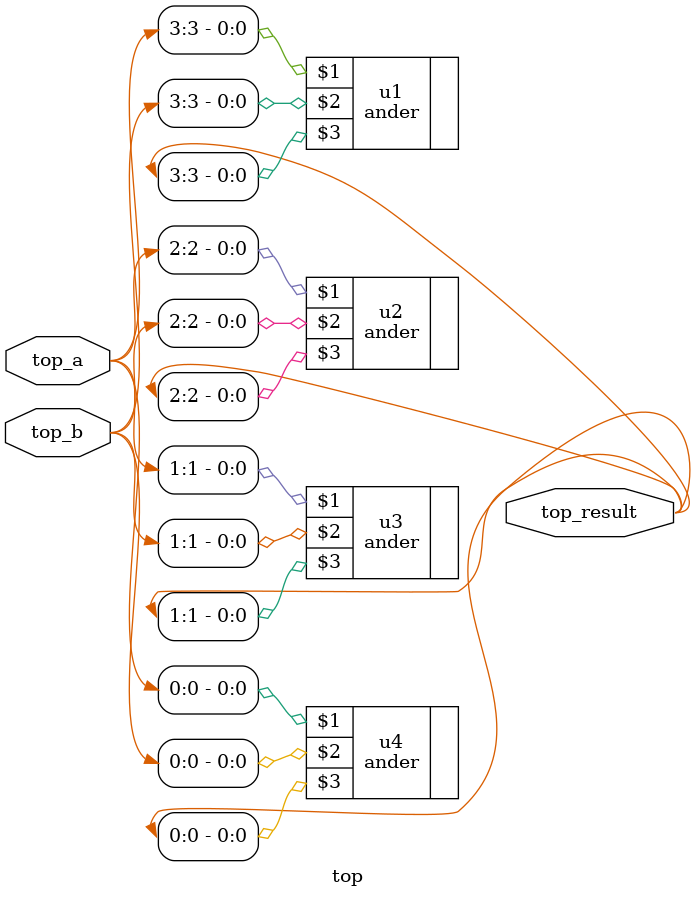
<source format=v>
`timescale 1 ns / 1 ps

module top (top_a, top_b, top_result);

  input [3:0] top_a, top_b;
  output [3:0] top_result;

  ander u1 (top_a[3],top_b[3],top_result[3]);
  ander u2 (top_a[2],top_b[2],top_result[2]);
  ander u3 (top_a[1],top_b[1],top_result[1]);
  ander u4 (top_a[0],top_b[0],top_result[0]);

endmodule

</source>
